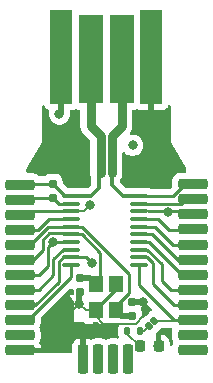
<source format=gbr>
%TF.GenerationSoftware,KiCad,Pcbnew,7.0.10*%
%TF.CreationDate,2024-05-20T02:41:19+05:30*%
%TF.ProjectId,nico-ch32v003-v1,6e69636f-2d63-4683-9332-763030332d76,rev?*%
%TF.SameCoordinates,Original*%
%TF.FileFunction,Copper,L1,Top*%
%TF.FilePolarity,Positive*%
%FSLAX46Y46*%
G04 Gerber Fmt 4.6, Leading zero omitted, Abs format (unit mm)*
G04 Created by KiCad (PCBNEW 7.0.10) date 2024-05-20 02:41:19*
%MOMM*%
%LPD*%
G01*
G04 APERTURE LIST*
G04 Aperture macros list*
%AMRoundRect*
0 Rectangle with rounded corners*
0 $1 Rounding radius*
0 $2 $3 $4 $5 $6 $7 $8 $9 X,Y pos of 4 corners*
0 Add a 4 corners polygon primitive as box body*
4,1,4,$2,$3,$4,$5,$6,$7,$8,$9,$2,$3,0*
0 Add four circle primitives for the rounded corners*
1,1,$1+$1,$2,$3*
1,1,$1+$1,$4,$5*
1,1,$1+$1,$6,$7*
1,1,$1+$1,$8,$9*
0 Add four rect primitives between the rounded corners*
20,1,$1+$1,$2,$3,$4,$5,0*
20,1,$1+$1,$4,$5,$6,$7,0*
20,1,$1+$1,$6,$7,$8,$9,0*
20,1,$1+$1,$8,$9,$2,$3,0*%
G04 Aperture macros list end*
%TA.AperFunction,SMDPad,CuDef*%
%ADD10RoundRect,0.218750X0.218750X0.256250X-0.218750X0.256250X-0.218750X-0.256250X0.218750X-0.256250X0*%
%TD*%
%TA.AperFunction,SMDPad,CuDef*%
%ADD11RoundRect,0.100000X-0.637500X-0.100000X0.637500X-0.100000X0.637500X0.100000X-0.637500X0.100000X0*%
%TD*%
%TA.AperFunction,SMDPad,CuDef*%
%ADD12R,1.200000X1.400000*%
%TD*%
%TA.AperFunction,SMDPad,CuDef*%
%ADD13RoundRect,0.135000X-0.035355X0.226274X-0.226274X0.035355X0.035355X-0.226274X0.226274X-0.035355X0*%
%TD*%
%TA.AperFunction,SMDPad,CuDef*%
%ADD14RoundRect,0.135000X0.135000X0.185000X-0.135000X0.185000X-0.135000X-0.185000X0.135000X-0.185000X0*%
%TD*%
%TA.AperFunction,ComponentPad*%
%ADD15RoundRect,0.225000X-0.225000X1.025000X-0.225000X-1.025000X0.225000X-1.025000X0.225000X1.025000X0*%
%TD*%
%TA.AperFunction,SMDPad,CuDef*%
%ADD16RoundRect,0.160000X0.160000X-0.197500X0.160000X0.197500X-0.160000X0.197500X-0.160000X-0.197500X0*%
%TD*%
%TA.AperFunction,ComponentPad*%
%ADD17RoundRect,0.225000X1.025000X0.225000X-1.025000X0.225000X-1.025000X-0.225000X1.025000X-0.225000X0*%
%TD*%
%TA.AperFunction,ComponentPad*%
%ADD18RoundRect,0.225000X-1.025000X-0.225000X1.025000X-0.225000X1.025000X0.225000X-1.025000X0.225000X0*%
%TD*%
%TA.AperFunction,SMDPad,CuDef*%
%ADD19RoundRect,0.155000X0.155000X-0.212500X0.155000X0.212500X-0.155000X0.212500X-0.155000X-0.212500X0*%
%TD*%
%TA.AperFunction,ConnectorPad*%
%ADD20R,1.900000X8.000000*%
%TD*%
%TA.AperFunction,ConnectorPad*%
%ADD21R,2.000000X7.500000*%
%TD*%
%TA.AperFunction,SMDPad,CuDef*%
%ADD22RoundRect,0.155000X-0.155000X0.212500X-0.155000X-0.212500X0.155000X-0.212500X0.155000X0.212500X0*%
%TD*%
%TA.AperFunction,ViaPad*%
%ADD23C,0.800000*%
%TD*%
%TA.AperFunction,Conductor*%
%ADD24C,0.200000*%
%TD*%
%TA.AperFunction,Conductor*%
%ADD25C,0.250000*%
%TD*%
%TA.AperFunction,Conductor*%
%ADD26C,0.500000*%
%TD*%
%TA.AperFunction,Conductor*%
%ADD27C,0.770000*%
%TD*%
%TA.AperFunction,Conductor*%
%ADD28C,0.350000*%
%TD*%
G04 APERTURE END LIST*
D10*
%TO.P,D1,2,A*%
%TO.N,Net-(D1-A)*%
X103852500Y-75460000D03*
%TO.P,D1,1,K*%
%TO.N,GND*%
X105427500Y-75460000D03*
%TD*%
D11*
%TO.P,U1,1,PD4*%
%TO.N,D-*%
X98037500Y-62735000D03*
%TO.P,U1,2,PD5*%
%TO.N,DFZ*%
X98037500Y-63385000D03*
%TO.P,U1,3,PD6*%
%TO.N,PD6*%
X98037500Y-64035000D03*
%TO.P,U1,4,PD7*%
%TO.N,PD7*%
X98037500Y-64685000D03*
%TO.P,U1,5,PA1*%
%TO.N,OSCI*%
X98037500Y-65335000D03*
%TO.P,U1,6,PA2*%
%TO.N,OSCO*%
X98037500Y-65985000D03*
%TO.P,U1,7,VSS*%
%TO.N,GND*%
X98037500Y-66635000D03*
%TO.P,U1,8,PD0*%
%TO.N,PD0*%
X98037500Y-67285000D03*
%TO.P,U1,9,VDD*%
%TO.N,+3.3V*%
X98037500Y-67935000D03*
%TO.P,U1,10,PC0*%
%TO.N,PC0*%
X98037500Y-68585000D03*
%TO.P,U1,11,PC1*%
%TO.N,PC1*%
X103762500Y-68585000D03*
%TO.P,U1,12,PC2*%
%TO.N,PC2*%
X103762500Y-67935000D03*
%TO.P,U1,13,PC3*%
%TO.N,PC3*%
X103762500Y-67285000D03*
%TO.P,U1,14,PC4*%
%TO.N,PC4*%
X103762500Y-66635000D03*
%TO.P,U1,15,PC5*%
%TO.N,PC5*%
X103762500Y-65985000D03*
%TO.P,U1,16,PC6*%
%TO.N,PC6*%
X103762500Y-65335000D03*
%TO.P,U1,17,PC7*%
%TO.N,PC7*%
X103762500Y-64685000D03*
%TO.P,U1,18,PD1*%
%TO.N,PD1*%
X103762500Y-64035000D03*
%TO.P,U1,19,PD2*%
%TO.N,PD2*%
X103762500Y-63385000D03*
%TO.P,U1,20,PD3*%
%TO.N,D+*%
X103762500Y-62735000D03*
%TD*%
D12*
%TO.P,Y1,1,1*%
%TO.N,OSCI*%
X101814400Y-72416400D03*
%TO.P,Y1,2,2*%
%TO.N,GND*%
X101814400Y-70216400D03*
%TO.P,Y1,3,3*%
%TO.N,OSCO*%
X100114400Y-70216400D03*
%TO.P,Y1,4,4*%
%TO.N,GND*%
X100114400Y-72416400D03*
%TD*%
D13*
%TO.P,JP1,1,A*%
%TO.N,PC1*%
X105054716Y-73331873D03*
%TO.P,JP1,2,B*%
%TO.N,Net-(JP1-B)*%
X104651665Y-73734924D03*
%TD*%
D14*
%TO.P,R2,1*%
%TO.N,Net-(JP1-B)*%
X103820000Y-74210000D03*
%TO.P,R2,2*%
%TO.N,Net-(D1-A)*%
X102800000Y-74210000D03*
%TD*%
D15*
%TO.P,J4,1,Pin_1*%
%TO.N,+3.3V*%
X102880000Y-76550000D03*
%TO.P,J4,2,Pin_2*%
%TO.N,PD1*%
X101610000Y-76550000D03*
%TO.P,J4,3,Pin_3*%
%TO.N,PD6*%
X100340000Y-76550000D03*
%TO.P,J4,4,Pin_4*%
%TO.N,GND*%
X99070000Y-76550000D03*
%TD*%
D16*
%TO.P,R1,1*%
%TO.N,DFZ*%
X96480400Y-62904700D03*
%TO.P,R1,2*%
%TO.N,D-*%
X96480400Y-61709700D03*
%TD*%
D17*
%TO.P,J3,1,Pin_1*%
%TO.N,GND*%
X93706000Y-75820000D03*
%TO.P,J3,2,Pin_2*%
%TO.N,+5V*%
X93686000Y-74510000D03*
%TO.P,J3,3,Pin_3*%
%TO.N,PC0*%
X93686000Y-73240000D03*
%TO.P,J3,4,Pin_4*%
%TO.N,+3.3V*%
X93686000Y-71970000D03*
%TO.P,J3,5,Pin_5*%
%TO.N,PD0*%
X93716000Y-70660000D03*
%TO.P,J3,6,Pin_6*%
%TO.N,GND*%
X93716000Y-69390000D03*
%TO.P,J3,7,Pin_7*%
%TO.N,OSCO*%
X93716000Y-68120000D03*
%TO.P,J3,8,Pin_8*%
%TO.N,OSCI*%
X93716000Y-66850000D03*
%TO.P,J3,9,Pin_9*%
%TO.N,PD7*%
X93716000Y-65580000D03*
%TO.P,J3,10,Pin_10*%
%TO.N,PD6*%
X93716000Y-64310000D03*
%TO.P,J3,11,Pin_11*%
%TO.N,DFZ*%
X93716000Y-63040000D03*
%TO.P,J3,12,Pin_12*%
%TO.N,D-*%
X93716000Y-61770000D03*
%TD*%
D18*
%TO.P,J2,1,Pin_1*%
%TO.N,D+*%
X108336000Y-61720000D03*
%TO.P,J2,2,Pin_2*%
%TO.N,PD2*%
X108356000Y-63030000D03*
%TO.P,J2,3,Pin_3*%
%TO.N,PD1*%
X108356000Y-64300000D03*
%TO.P,J2,4,Pin_4*%
%TO.N,PC7*%
X108356000Y-65570000D03*
%TO.P,J2,5,Pin_5*%
%TO.N,PC6*%
X108326000Y-66880000D03*
%TO.P,J2,6,Pin_6*%
%TO.N,PC5*%
X108326000Y-68150000D03*
%TO.P,J2,7,Pin_7*%
%TO.N,PC4*%
X108326000Y-69420000D03*
%TO.P,J2,8,Pin_8*%
%TO.N,PC3*%
X108326000Y-70690000D03*
%TO.P,J2,9,Pin_9*%
%TO.N,PC2*%
X108326000Y-71960000D03*
%TO.P,J2,10,Pin_10*%
%TO.N,PC1*%
X108326000Y-73230000D03*
%TO.P,J2,11,Pin_11*%
%TO.N,+3.3V*%
X108326000Y-74500000D03*
%TO.P,J2,12,Pin_12*%
%TO.N,GND*%
X108326000Y-75770000D03*
%TD*%
D19*
%TO.P,C2,1*%
%TO.N,GND*%
X98766400Y-70850300D03*
%TO.P,C2,2*%
%TO.N,OSCO*%
X98766400Y-69715300D03*
%TD*%
D20*
%TO.P,J1,1,VBUS*%
%TO.N,+5V*%
X97191600Y-50931500D03*
D21*
%TO.P,J1,2,D-*%
%TO.N,D-*%
X99701600Y-51181500D03*
%TO.P,J1,3,D+*%
%TO.N,D+*%
X102301600Y-51181500D03*
D20*
%TO.P,J1,4,GND*%
%TO.N,GND*%
X104811600Y-50931500D03*
%TD*%
D22*
%TO.P,C1,1*%
%TO.N,GND*%
X103186000Y-71747300D03*
%TO.P,C1,2*%
%TO.N,OSCI*%
X103186000Y-72882300D03*
%TD*%
D23*
%TO.N,GND*%
X97110000Y-75210000D03*
X105420000Y-75470000D03*
X105420000Y-61480000D03*
%TO.N,PD6*%
X99614392Y-63509257D03*
%TO.N,PD1*%
X106200000Y-64110000D03*
%TO.N,+5V*%
X97039200Y-55804800D03*
X103236800Y-58446400D03*
%TO.N,GND*%
X104151200Y-71756000D03*
X96480400Y-66625200D03*
X100114400Y-72416400D03*
X98715600Y-71857600D03*
X104964000Y-55855600D03*
X98461600Y-58395600D03*
X101814400Y-70216400D03*
%TO.N,+3.3V*%
X99782400Y-68454000D03*
%TD*%
D24*
%TO.N,GND*%
X97110000Y-73463200D02*
X97110000Y-75210000D01*
X98715600Y-71857600D02*
X97110000Y-73463200D01*
X99274400Y-72416400D02*
X98715600Y-71857600D01*
X100114400Y-72416400D02*
X99274400Y-72416400D01*
%TO.N,Net-(D1-A)*%
X102800000Y-74407500D02*
X103852500Y-75460000D01*
X102800000Y-74210000D02*
X102800000Y-74407500D01*
%TO.N,Net-(JP1-B)*%
X104176589Y-74210000D02*
X104651665Y-73734924D01*
X103820000Y-74210000D02*
X104176589Y-74210000D01*
%TO.N,GND*%
X100739800Y-73549800D02*
X100114400Y-72924400D01*
X103533762Y-73549800D02*
X100739800Y-73549800D01*
X104151200Y-72932362D02*
X103533762Y-73549800D01*
X100114400Y-72924400D02*
X100114400Y-72416400D01*
X104151200Y-71756000D02*
X104151200Y-72932362D01*
%TO.N,PC1*%
X106656977Y-73331873D02*
X106729425Y-73259425D01*
X105054716Y-73331873D02*
X106656977Y-73331873D01*
D25*
X103762500Y-70292500D02*
X106729425Y-73259425D01*
X106729425Y-73259425D02*
X107650861Y-73259425D01*
X103762500Y-68585000D02*
X103762500Y-70292500D01*
%TO.N,PC2*%
X106769425Y-71989425D02*
X107651716Y-71989425D01*
X104960000Y-70180000D02*
X106769425Y-71989425D01*
X104960000Y-68441188D02*
X104960000Y-70180000D01*
X104453812Y-67935000D02*
X104960000Y-68441188D01*
X103762500Y-67935000D02*
X104453812Y-67935000D01*
%TO.N,PC3*%
X106459427Y-70719427D02*
X107652571Y-70719427D01*
X105690000Y-68521188D02*
X105690000Y-69950000D01*
X105690000Y-69950000D02*
X106459427Y-70719427D01*
X104453812Y-67285000D02*
X105690000Y-68521188D01*
X103762500Y-67285000D02*
X104453812Y-67285000D01*
%TO.N,PC4*%
X107400000Y-69450000D02*
X107653425Y-69450000D01*
X104585000Y-66635000D02*
X107400000Y-69450000D01*
X103762500Y-66635000D02*
X104585000Y-66635000D01*
%TO.N,PC5*%
X107059427Y-68179427D02*
X107654280Y-68179427D01*
X103762500Y-65985000D02*
X104865000Y-65985000D01*
X104865000Y-65985000D02*
X107059427Y-68179427D01*
D24*
%TO.N,PD6*%
X99088649Y-64035000D02*
X99614392Y-63509257D01*
X98037500Y-64035000D02*
X99088649Y-64035000D01*
D25*
%TO.N,PD1*%
X106275000Y-64035000D02*
X107362463Y-64035000D01*
X106200000Y-64110000D02*
X106275000Y-64035000D01*
X106125000Y-64035000D02*
X106200000Y-64110000D01*
D24*
X103762500Y-64035000D02*
X104540000Y-64035000D01*
D25*
X104540000Y-64035000D02*
X106125000Y-64035000D01*
D26*
%TO.N,+5V*%
X97191600Y-50931500D02*
X97191600Y-55652400D01*
X97191600Y-55652400D02*
X97039200Y-55804800D01*
%TO.N,GND*%
X98715600Y-70901100D02*
X98766400Y-70850300D01*
D25*
X98037500Y-66635000D02*
X96490200Y-66635000D01*
D26*
X98715600Y-71857600D02*
X98715600Y-70901100D01*
X104811600Y-50931500D02*
X104811600Y-55703200D01*
D25*
X100114400Y-72416400D02*
X100114400Y-72316400D01*
X96075000Y-68641000D02*
X95317885Y-69398115D01*
D26*
X103186000Y-71747300D02*
X104142500Y-71747300D01*
D25*
X100114400Y-72316400D02*
X101814400Y-70616400D01*
X95317885Y-69398115D02*
X94366096Y-69398115D01*
X96490200Y-66635000D02*
X96480400Y-66625200D01*
D26*
X100114400Y-72416400D02*
X100114400Y-72198300D01*
X104142500Y-71747300D02*
X104151200Y-71756000D01*
D25*
X96075000Y-67030600D02*
X96075000Y-68641000D01*
X96480400Y-66625200D02*
X96075000Y-67030600D01*
X101814400Y-70616400D02*
X101814400Y-70216400D01*
D26*
X104811600Y-55703200D02*
X104964000Y-55855600D01*
D25*
%TO.N,+3.3V*%
X96975000Y-68306188D02*
X96975000Y-70012262D01*
X99263400Y-67935000D02*
X98037500Y-67935000D01*
X96975000Y-70012262D02*
X95009237Y-71978025D01*
X99782400Y-68454000D02*
X99263400Y-67935000D01*
X95009237Y-71978025D02*
X94372493Y-71978025D01*
X97346188Y-67935000D02*
X96975000Y-68306188D01*
X98037500Y-67935000D02*
X97346188Y-67935000D01*
D27*
%TO.N,D-*%
X99701600Y-51181500D02*
X99701600Y-56806501D01*
D25*
X96480400Y-61709700D02*
X94439447Y-61709700D01*
X97505700Y-62735000D02*
X96480400Y-61709700D01*
D28*
X100392000Y-62053200D02*
X100392000Y-60982400D01*
D25*
X98037500Y-62735000D02*
X97505700Y-62735000D01*
D28*
X99710200Y-62735000D02*
X100392000Y-62053200D01*
D25*
X94439447Y-61709700D02*
X94369147Y-61780000D01*
X100392000Y-60982400D02*
X100540400Y-60834000D01*
D27*
X100540400Y-57645301D02*
X100540400Y-60834000D01*
D28*
X98037500Y-62735000D02*
X99710200Y-62735000D01*
D27*
X99701600Y-56806501D02*
X100540400Y-57645301D01*
%TO.N,D+*%
X102301600Y-51181500D02*
X102301600Y-56806501D01*
D28*
X101462800Y-61803200D02*
X101462800Y-60834000D01*
D25*
X106673030Y-62735000D02*
X107658607Y-61749423D01*
D28*
X103762500Y-62735000D02*
X102394600Y-62735000D01*
D27*
X101462800Y-57645301D02*
X101462800Y-60834000D01*
X102301600Y-56806501D02*
X101462800Y-57645301D01*
D28*
X102394600Y-62735000D02*
X101462800Y-61803200D01*
D25*
X103762500Y-62735000D02*
X106673030Y-62735000D01*
%TO.N,DFZ*%
X96960700Y-63385000D02*
X96480400Y-62904700D01*
X98037500Y-63385000D02*
X96960700Y-63385000D01*
X96480400Y-62904700D02*
X94514079Y-62904700D01*
X94514079Y-62904700D02*
X94368227Y-63050552D01*
%TO.N,OSCI*%
X98037500Y-65335000D02*
X98949400Y-65335000D01*
X94583349Y-66860550D02*
X94365468Y-66860550D01*
X102952787Y-70929895D02*
X101814400Y-72068282D01*
X101814400Y-72068282D02*
X101814400Y-72416400D01*
D26*
X101814400Y-72416400D02*
X102280300Y-72882300D01*
D25*
X96108899Y-65335000D02*
X94583349Y-66860550D01*
X102952787Y-69338387D02*
X102952787Y-70929895D01*
X98949400Y-65335000D02*
X102952787Y-69338387D01*
D26*
X102280300Y-72882300D02*
X103186000Y-72882300D01*
D25*
X98037500Y-65335000D02*
X96108899Y-65335000D01*
%TO.N,OSCO*%
X98037500Y-65985000D02*
X98963004Y-65985000D01*
X98963004Y-65985000D02*
X100507400Y-67529396D01*
D26*
X100114400Y-70216400D02*
X99613300Y-69715300D01*
D25*
X98037500Y-65985000D02*
X97952700Y-65900200D01*
X95625000Y-66455295D02*
X95625000Y-67319052D01*
X100507400Y-67529396D02*
X100507400Y-70361400D01*
X94814052Y-68130000D02*
X94364549Y-68130000D01*
X97952700Y-65900200D02*
X96180095Y-65900200D01*
D26*
X99613300Y-69715300D02*
X98766400Y-69715300D01*
D25*
X96180095Y-65900200D02*
X95625000Y-66455295D01*
X95625000Y-67319052D02*
X94814052Y-68130000D01*
%TO.N,PD2*%
X103762500Y-63385000D02*
X107332135Y-63385000D01*
X107332135Y-63385000D02*
X107657726Y-63059409D01*
%TO.N,PD1*%
X107362463Y-64035000D02*
X107656871Y-64329408D01*
%TO.N,PC7*%
X106315408Y-65599408D02*
X107656016Y-65599408D01*
X105401000Y-64685000D02*
X106315408Y-65599408D01*
X103762500Y-64685000D02*
X105401000Y-64685000D01*
%TO.N,PC6*%
X103762500Y-65335000D02*
X105101000Y-65335000D01*
X105101000Y-65335000D02*
X106675427Y-66909427D01*
X106675427Y-66909427D02*
X107655134Y-66909427D01*
%TO.N,PC0*%
X98037500Y-69586158D02*
X94375641Y-73248017D01*
X98037500Y-68585000D02*
X98037500Y-69586158D01*
%TO.N,PD0*%
X98037500Y-67285000D02*
X97346188Y-67285000D01*
X96525000Y-69431000D02*
X95287892Y-70668108D01*
X96525000Y-68106188D02*
X96525000Y-69431000D01*
X97346188Y-67285000D02*
X96525000Y-68106188D01*
X95287892Y-70668108D02*
X94369245Y-70668108D01*
%TO.N,PD7*%
X98037500Y-64685000D02*
X96122503Y-64685000D01*
X96122503Y-64685000D02*
X95216952Y-65590551D01*
X95216952Y-65590551D02*
X94366388Y-65590551D01*
%TO.N,PD6*%
X94652858Y-64035000D02*
X94367307Y-64320551D01*
X98037500Y-64035000D02*
X94652858Y-64035000D01*
%TD*%
%TA.AperFunction,Conductor*%
%TO.N,GND*%
G36*
X98196451Y-70619985D02*
G01*
X98242206Y-70672789D01*
X98253411Y-70723712D01*
X98254605Y-70975712D01*
X98235238Y-71042844D01*
X98182651Y-71088849D01*
X98130606Y-71100300D01*
X97956400Y-71100300D01*
X97956400Y-71128957D01*
X97959321Y-71166077D01*
X97959322Y-71166083D01*
X98005491Y-71324994D01*
X98005492Y-71324997D01*
X98089733Y-71467442D01*
X98089739Y-71467450D01*
X98206751Y-71584462D01*
X98209961Y-71586952D01*
X98211833Y-71589544D01*
X98212271Y-71589982D01*
X98212200Y-71590052D01*
X98250869Y-71643593D01*
X98257962Y-71684345D01*
X98265973Y-73374502D01*
X98266000Y-73380000D01*
X99026394Y-73381437D01*
X99093392Y-73401247D01*
X99125423Y-73431126D01*
X99157206Y-73473584D01*
X99157214Y-73473591D01*
X99272306Y-73559750D01*
X99272313Y-73559754D01*
X99407020Y-73609996D01*
X99407027Y-73609998D01*
X99466555Y-73616399D01*
X99466572Y-73616400D01*
X99864400Y-73616400D01*
X99864400Y-73507255D01*
X99884085Y-73440216D01*
X99936889Y-73394461D01*
X99988630Y-73383256D01*
X100240636Y-73383732D01*
X100307637Y-73403544D01*
X100353292Y-73456434D01*
X100364400Y-73507732D01*
X100364400Y-73616400D01*
X100762228Y-73616400D01*
X100762244Y-73616399D01*
X100821772Y-73609998D01*
X100821776Y-73609997D01*
X100920351Y-73573231D01*
X100990043Y-73568247D01*
X101007018Y-73573231D01*
X101106917Y-73610491D01*
X101106916Y-73610491D01*
X101113844Y-73611235D01*
X101166527Y-73616900D01*
X101956634Y-73616899D01*
X102023673Y-73636583D01*
X102069428Y-73689387D01*
X102079372Y-73758546D01*
X102075711Y-73775493D01*
X102032334Y-73924797D01*
X102029500Y-73960811D01*
X102029500Y-74459169D01*
X102029501Y-74459191D01*
X102032335Y-74495205D01*
X102076681Y-74647845D01*
X102076482Y-74717715D01*
X102038540Y-74776385D01*
X101974901Y-74805228D01*
X101945004Y-74805798D01*
X101883348Y-74799500D01*
X101336662Y-74799500D01*
X101336644Y-74799501D01*
X101237292Y-74809650D01*
X101237289Y-74809651D01*
X101076305Y-74862996D01*
X101076296Y-74863001D01*
X101040096Y-74885329D01*
X100972703Y-74903769D01*
X100909904Y-74885329D01*
X100885907Y-74870528D01*
X100873697Y-74862997D01*
X100873694Y-74862996D01*
X100712709Y-74809651D01*
X100613346Y-74799500D01*
X100066662Y-74799500D01*
X100066644Y-74799501D01*
X99967292Y-74809650D01*
X99967289Y-74809651D01*
X99806305Y-74862996D01*
X99806291Y-74863003D01*
X99769618Y-74885623D01*
X99702226Y-74904063D01*
X99639426Y-74885622D01*
X99603492Y-74863457D01*
X99603481Y-74863452D01*
X99442606Y-74810144D01*
X99343322Y-74800000D01*
X99320000Y-74800000D01*
X99320000Y-75912500D01*
X99300315Y-75979539D01*
X99247511Y-76025294D01*
X99196000Y-76036500D01*
X98944000Y-76036500D01*
X98876961Y-76016815D01*
X98831206Y-75964011D01*
X98820000Y-75912500D01*
X98820000Y-74799999D01*
X98796693Y-74800000D01*
X98796674Y-74800001D01*
X98697392Y-74810144D01*
X98536518Y-74863452D01*
X98536507Y-74863457D01*
X98392271Y-74952424D01*
X98392267Y-74952427D01*
X98272427Y-75072267D01*
X98272424Y-75072271D01*
X98183457Y-75216507D01*
X98183452Y-75216518D01*
X98130144Y-75377393D01*
X98120000Y-75476677D01*
X98120000Y-75912500D01*
X98100315Y-75979539D01*
X98047511Y-76025294D01*
X97996000Y-76036500D01*
X94381748Y-76036500D01*
X94314709Y-76016815D01*
X94268954Y-75964011D01*
X94257748Y-75912808D01*
X94257206Y-75694308D01*
X94276725Y-75627220D01*
X94329415Y-75581334D01*
X94381206Y-75570000D01*
X95455999Y-75570000D01*
X95455999Y-75546692D01*
X95455998Y-75546677D01*
X95445855Y-75447392D01*
X95392547Y-75286518D01*
X95392542Y-75286507D01*
X95348041Y-75214360D01*
X95329600Y-75146968D01*
X95348042Y-75084164D01*
X95355381Y-75072267D01*
X95373003Y-75043697D01*
X95426349Y-74882708D01*
X95436500Y-74783345D01*
X95436499Y-74236656D01*
X95435477Y-74226655D01*
X95426349Y-74137292D01*
X95426348Y-74137289D01*
X95414437Y-74101345D01*
X95373003Y-73976303D01*
X95350670Y-73940096D01*
X95332229Y-73872707D01*
X95350670Y-73809903D01*
X95373003Y-73773697D01*
X95426349Y-73612708D01*
X95436500Y-73513345D01*
X95436499Y-73123108D01*
X95456183Y-73056070D01*
X95472813Y-73035433D01*
X97871629Y-70636617D01*
X97932950Y-70603134D01*
X97959308Y-70600300D01*
X98129412Y-70600300D01*
X98196451Y-70619985D01*
G37*
%TD.AperFunction*%
%TA.AperFunction,Conductor*%
G36*
X106545559Y-73952058D02*
G01*
X106591314Y-74004862D01*
X106601258Y-74074020D01*
X106596226Y-74095376D01*
X106585651Y-74127288D01*
X106575500Y-74226647D01*
X106575500Y-74773337D01*
X106575501Y-74773355D01*
X106585650Y-74872707D01*
X106585651Y-74872710D01*
X106638996Y-75033694D01*
X106638998Y-75033699D01*
X106661623Y-75070379D01*
X106680063Y-75137772D01*
X106661623Y-75200572D01*
X106639456Y-75236509D01*
X106639452Y-75236518D01*
X106606705Y-75335343D01*
X106566932Y-75392788D01*
X106502416Y-75419611D01*
X106433640Y-75407296D01*
X106382441Y-75359753D01*
X106364999Y-75296339D01*
X106364999Y-75155864D01*
X106364998Y-75155846D01*
X106354943Y-75057416D01*
X106302093Y-74897927D01*
X106302091Y-74897922D01*
X106213885Y-74754919D01*
X106095080Y-74636114D01*
X105952077Y-74547908D01*
X105952072Y-74547906D01*
X105792583Y-74495057D01*
X105694150Y-74485000D01*
X105677500Y-74485000D01*
X105677500Y-75586000D01*
X105657815Y-75653039D01*
X105605011Y-75698794D01*
X105553500Y-75710000D01*
X105301500Y-75710000D01*
X105234461Y-75690315D01*
X105188706Y-75637511D01*
X105177500Y-75586000D01*
X105177500Y-74460132D01*
X105173923Y-74453582D01*
X105178907Y-74383890D01*
X105207408Y-74339543D01*
X105372670Y-74174280D01*
X105372669Y-74174280D01*
X105372687Y-74174263D01*
X105396156Y-74146786D01*
X105403780Y-74132918D01*
X105452708Y-74083988D01*
X105466578Y-74076364D01*
X105494055Y-74052896D01*
X105578260Y-73968690D01*
X105639581Y-73935207D01*
X105665940Y-73932373D01*
X106478520Y-73932373D01*
X106545559Y-73952058D01*
G37*
%TD.AperFunction*%
%TA.AperFunction,Conductor*%
G36*
X104098387Y-71516985D02*
G01*
X104119029Y-71533619D01*
X104878000Y-72292590D01*
X104911485Y-72353913D01*
X104906501Y-72423605D01*
X104864629Y-72479538D01*
X104821159Y-72500375D01*
X104783554Y-72510031D01*
X104642856Y-72587379D01*
X104642856Y-72587380D01*
X104615378Y-72610848D01*
X104615361Y-72610864D01*
X104333710Y-72892516D01*
X104333690Y-72892538D01*
X104310226Y-72920009D01*
X104302597Y-72933886D01*
X104253679Y-72982804D01*
X104239803Y-72990433D01*
X104212329Y-73013898D01*
X104208173Y-73018054D01*
X104146847Y-73051533D01*
X104077156Y-73046543D01*
X104021226Y-73004667D01*
X103996814Y-72939201D01*
X103996499Y-72930381D01*
X103996499Y-72603598D01*
X103993576Y-72566442D01*
X103947370Y-72407400D01*
X103929644Y-72377428D01*
X103912462Y-72309705D01*
X103929646Y-72251186D01*
X103946905Y-72222002D01*
X103946908Y-72221994D01*
X103993077Y-72063083D01*
X103993078Y-72063077D01*
X103995999Y-72025957D01*
X103996000Y-72025942D01*
X103996000Y-71997300D01*
X103680000Y-71997300D01*
X103612961Y-71977615D01*
X103567206Y-71924811D01*
X103556000Y-71873300D01*
X103556000Y-71621300D01*
X103575685Y-71554261D01*
X103628489Y-71508506D01*
X103680000Y-71497300D01*
X104031348Y-71497300D01*
X104098387Y-71516985D01*
G37*
%TD.AperFunction*%
%TA.AperFunction,Conductor*%
G36*
X105004639Y-50701185D02*
G01*
X105050394Y-50753989D01*
X105061600Y-50805500D01*
X105061600Y-55431500D01*
X105809428Y-55431500D01*
X105809444Y-55431499D01*
X105868972Y-55425098D01*
X105868979Y-55425096D01*
X106003686Y-55374854D01*
X106003693Y-55374850D01*
X106118787Y-55288690D01*
X106118790Y-55288687D01*
X106204950Y-55173593D01*
X106204954Y-55173586D01*
X106223118Y-55124887D01*
X106264989Y-55068953D01*
X106330453Y-55044536D01*
X106398726Y-55059387D01*
X106448132Y-55108792D01*
X106463300Y-55168220D01*
X106463300Y-57942943D01*
X106462245Y-57959087D01*
X106458266Y-57989388D01*
X106468085Y-58063794D01*
X106468087Y-58063832D01*
X106468090Y-58063832D01*
X106478320Y-58141539D01*
X106478361Y-58141689D01*
X106478367Y-58141705D01*
X106478368Y-58141706D01*
X106508017Y-58213222D01*
X106508025Y-58213260D01*
X106508032Y-58213258D01*
X106537111Y-58283462D01*
X106537114Y-58283467D01*
X106555717Y-58307711D01*
X106564708Y-58321163D01*
X107767338Y-60402640D01*
X107783971Y-60464757D01*
X107783850Y-60645583D01*
X107764121Y-60712609D01*
X107711286Y-60758329D01*
X107659850Y-60769500D01*
X107262662Y-60769500D01*
X107262644Y-60769501D01*
X107163292Y-60779650D01*
X107163289Y-60779651D01*
X107002305Y-60832996D01*
X107002294Y-60833001D01*
X106857959Y-60922029D01*
X106857955Y-60922032D01*
X106738032Y-61041955D01*
X106738029Y-61041959D01*
X106649001Y-61186294D01*
X106648996Y-61186305D01*
X106595651Y-61347290D01*
X106585500Y-61446647D01*
X106585500Y-61886576D01*
X106565815Y-61953615D01*
X106549185Y-61974252D01*
X106450256Y-62073182D01*
X106388936Y-62106666D01*
X106362577Y-62109500D01*
X104725179Y-62109500D01*
X104677726Y-62100061D01*
X104659974Y-62092708D01*
X104556762Y-62049956D01*
X104556760Y-62049955D01*
X104439370Y-62034501D01*
X104439367Y-62034500D01*
X104439361Y-62034500D01*
X104439354Y-62034500D01*
X103085636Y-62034500D01*
X102968246Y-62049953D01*
X102968238Y-62049956D01*
X102967981Y-62050062D01*
X102967442Y-62050169D01*
X102960392Y-62052059D01*
X102960268Y-62051596D01*
X102920532Y-62059500D01*
X102725764Y-62059500D01*
X102658725Y-62039815D01*
X102638083Y-62023181D01*
X102174619Y-61559717D01*
X102141134Y-61498394D01*
X102138300Y-61472036D01*
X102138300Y-61454739D01*
X102157985Y-61387700D01*
X102170152Y-61371765D01*
X102183131Y-61357351D01*
X102276201Y-61196149D01*
X102279400Y-61186305D01*
X102306834Y-61101870D01*
X102333721Y-61019120D01*
X102348300Y-60880411D01*
X102348300Y-59128427D01*
X102367985Y-59061388D01*
X102420789Y-59015633D01*
X102489947Y-59005689D01*
X102553503Y-59034714D01*
X102564443Y-59045448D01*
X102630929Y-59119288D01*
X102784065Y-59230548D01*
X102784070Y-59230551D01*
X102956992Y-59307542D01*
X102956997Y-59307544D01*
X103142154Y-59346900D01*
X103142155Y-59346900D01*
X103331444Y-59346900D01*
X103331446Y-59346900D01*
X103516603Y-59307544D01*
X103689530Y-59230551D01*
X103842671Y-59119288D01*
X103969333Y-58978616D01*
X104063979Y-58814684D01*
X104122474Y-58634656D01*
X104142260Y-58446400D01*
X104122474Y-58258144D01*
X104063979Y-58078116D01*
X103969333Y-57914184D01*
X103842671Y-57773512D01*
X103842670Y-57773511D01*
X103689534Y-57662251D01*
X103689529Y-57662248D01*
X103516607Y-57585257D01*
X103516602Y-57585255D01*
X103370801Y-57554265D01*
X103331446Y-57545900D01*
X103142154Y-57545900D01*
X103126191Y-57549293D01*
X103056524Y-57543975D01*
X103000791Y-57501836D01*
X102976688Y-57436256D01*
X102991867Y-57368055D01*
X103008263Y-57345030D01*
X103021931Y-57329852D01*
X103028739Y-57318060D01*
X103039762Y-57302019D01*
X103048334Y-57291436D01*
X103078593Y-57232046D01*
X103081682Y-57226358D01*
X103115001Y-57168650D01*
X103119211Y-57155690D01*
X103126650Y-57137729D01*
X103132839Y-57125585D01*
X103150096Y-57061177D01*
X103151918Y-57055027D01*
X103172521Y-56991621D01*
X103173945Y-56978069D01*
X103177490Y-56958943D01*
X103181016Y-56945787D01*
X103184503Y-56879231D01*
X103185012Y-56872773D01*
X103187100Y-56852912D01*
X103187100Y-56832945D01*
X103187270Y-56826455D01*
X103190758Y-56759902D01*
X103188627Y-56746447D01*
X103187100Y-56727048D01*
X103187100Y-55555999D01*
X103206785Y-55488960D01*
X103259589Y-55443205D01*
X103311100Y-55431999D01*
X103349471Y-55431999D01*
X103349472Y-55431999D01*
X103409083Y-55425591D01*
X103538985Y-55377140D01*
X103608673Y-55372157D01*
X103625649Y-55377141D01*
X103754223Y-55425097D01*
X103754227Y-55425098D01*
X103813755Y-55431499D01*
X103813772Y-55431500D01*
X104561600Y-55431500D01*
X104561600Y-50805500D01*
X104581285Y-50738461D01*
X104634089Y-50692706D01*
X104685600Y-50681500D01*
X104937600Y-50681500D01*
X105004639Y-50701185D01*
G37*
%TD.AperFunction*%
%TA.AperFunction,Conductor*%
G36*
X95745103Y-55075936D02*
G01*
X95780082Y-55126317D01*
X95797801Y-55173826D01*
X95797806Y-55173835D01*
X95884052Y-55289044D01*
X95884055Y-55289047D01*
X95999264Y-55375293D01*
X95999271Y-55375297D01*
X96095457Y-55411172D01*
X96151391Y-55453043D01*
X96175808Y-55518507D01*
X96170055Y-55565672D01*
X96153526Y-55616544D01*
X96133740Y-55804800D01*
X96153526Y-55993056D01*
X96153527Y-55993059D01*
X96212018Y-56173077D01*
X96212021Y-56173084D01*
X96306667Y-56337016D01*
X96399137Y-56439714D01*
X96433329Y-56477688D01*
X96586465Y-56588948D01*
X96586470Y-56588951D01*
X96759392Y-56665942D01*
X96759397Y-56665944D01*
X96944554Y-56705300D01*
X96944555Y-56705300D01*
X97133844Y-56705300D01*
X97133846Y-56705300D01*
X97319003Y-56665944D01*
X97491930Y-56588951D01*
X97645071Y-56477688D01*
X97771733Y-56337016D01*
X97866379Y-56173084D01*
X97924874Y-55993056D01*
X97944660Y-55804800D01*
X97941307Y-55772897D01*
X97941467Y-55745531D01*
X97942940Y-55732938D01*
X97942998Y-55732944D01*
X97943764Y-55725456D01*
X97943704Y-55725451D01*
X97944333Y-55718260D01*
X97942152Y-55643289D01*
X97942100Y-55639683D01*
X97942100Y-55555999D01*
X97961785Y-55488960D01*
X98014589Y-55443205D01*
X98066100Y-55431999D01*
X98189471Y-55431999D01*
X98189472Y-55431999D01*
X98249083Y-55425591D01*
X98378269Y-55377407D01*
X98447958Y-55372424D01*
X98464922Y-55377404D01*
X98555458Y-55411172D01*
X98592792Y-55425097D01*
X98594117Y-55425591D01*
X98653727Y-55432000D01*
X98692099Y-55431999D01*
X98759137Y-55451682D01*
X98804893Y-55504485D01*
X98816100Y-55555999D01*
X98816100Y-56727048D01*
X98814573Y-56746447D01*
X98812442Y-56759900D01*
X98815930Y-56826455D01*
X98816100Y-56832945D01*
X98816100Y-56852914D01*
X98818187Y-56872773D01*
X98818696Y-56879241D01*
X98822183Y-56945786D01*
X98825709Y-56958943D01*
X98829254Y-56978069D01*
X98830678Y-56991616D01*
X98830681Y-56991628D01*
X98851269Y-57054993D01*
X98853112Y-57061215D01*
X98870360Y-57125583D01*
X98876544Y-57137720D01*
X98883989Y-57155694D01*
X98888199Y-57168650D01*
X98918166Y-57220556D01*
X98921516Y-57226358D01*
X98924611Y-57232060D01*
X98954862Y-57291431D01*
X98954864Y-57291433D01*
X98954866Y-57291436D01*
X98963440Y-57302024D01*
X98974461Y-57318060D01*
X98981269Y-57329853D01*
X98981271Y-57329855D01*
X99025859Y-57379375D01*
X99030077Y-57384314D01*
X99042636Y-57399824D01*
X99042644Y-57399833D01*
X99056763Y-57413952D01*
X99061231Y-57418660D01*
X99105820Y-57468180D01*
X99105821Y-57468181D01*
X99116841Y-57476187D01*
X99131636Y-57488824D01*
X99618581Y-57975768D01*
X99652066Y-58037091D01*
X99654900Y-58063449D01*
X99654900Y-60880411D01*
X99659275Y-60922032D01*
X99669479Y-61019122D01*
X99669480Y-61019124D01*
X99710431Y-61145157D01*
X99716500Y-61183475D01*
X99716500Y-61722037D01*
X99696815Y-61789076D01*
X99680181Y-61809718D01*
X99466718Y-62023181D01*
X99405395Y-62056666D01*
X99379037Y-62059500D01*
X98879468Y-62059500D01*
X98839736Y-62051597D01*
X98839613Y-62052060D01*
X98832557Y-62050169D01*
X98832018Y-62050062D01*
X98831762Y-62049956D01*
X98831760Y-62049955D01*
X98714370Y-62034501D01*
X98714367Y-62034500D01*
X98714361Y-62034500D01*
X98714354Y-62034500D01*
X97741153Y-62034500D01*
X97674114Y-62014815D01*
X97653472Y-61998181D01*
X97337218Y-61681927D01*
X97303733Y-61620604D01*
X97300899Y-61594246D01*
X97300899Y-61458811D01*
X97294853Y-61392273D01*
X97294852Y-61392270D01*
X97294852Y-61392267D01*
X97247133Y-61239131D01*
X97247132Y-61239129D01*
X97164157Y-61101870D01*
X97164153Y-61101865D01*
X97050734Y-60988446D01*
X97050729Y-60988442D01*
X96913470Y-60905467D01*
X96913466Y-60905465D01*
X96760333Y-60857748D01*
X96760335Y-60857748D01*
X96733712Y-60855328D01*
X96693781Y-60851700D01*
X96693778Y-60851700D01*
X96267011Y-60851700D01*
X96200473Y-60857746D01*
X96200466Y-60857748D01*
X96047333Y-60905465D01*
X96047329Y-60905467D01*
X95910070Y-60988442D01*
X95910065Y-60988446D01*
X95850631Y-61047881D01*
X95789308Y-61081366D01*
X95762950Y-61084200D01*
X95357574Y-61084200D01*
X95290535Y-61064515D01*
X95269893Y-61047881D01*
X95194044Y-60972032D01*
X95194040Y-60972029D01*
X95049705Y-60883001D01*
X95049699Y-60882998D01*
X95049697Y-60882997D01*
X94973494Y-60857746D01*
X94888709Y-60829651D01*
X94789352Y-60819500D01*
X94789345Y-60819500D01*
X94369432Y-60819500D01*
X94302393Y-60799815D01*
X94256638Y-60747011D01*
X94245432Y-60695411D01*
X94245472Y-60638899D01*
X94245584Y-60484127D01*
X94260150Y-60425907D01*
X94358649Y-60241060D01*
X94360689Y-60237388D01*
X95438500Y-58371946D01*
X95447478Y-58358515D01*
X95466086Y-58334267D01*
X95495167Y-58264057D01*
X95524832Y-58192506D01*
X95524832Y-58192498D01*
X95524877Y-58192332D01*
X95524881Y-58192324D01*
X95535109Y-58114632D01*
X95544934Y-58040189D01*
X95540955Y-58009887D01*
X95539900Y-57993743D01*
X95539900Y-55169649D01*
X95559585Y-55102610D01*
X95612389Y-55056855D01*
X95681547Y-55046911D01*
X95745103Y-55075936D01*
G37*
%TD.AperFunction*%
%TD*%
M02*

</source>
